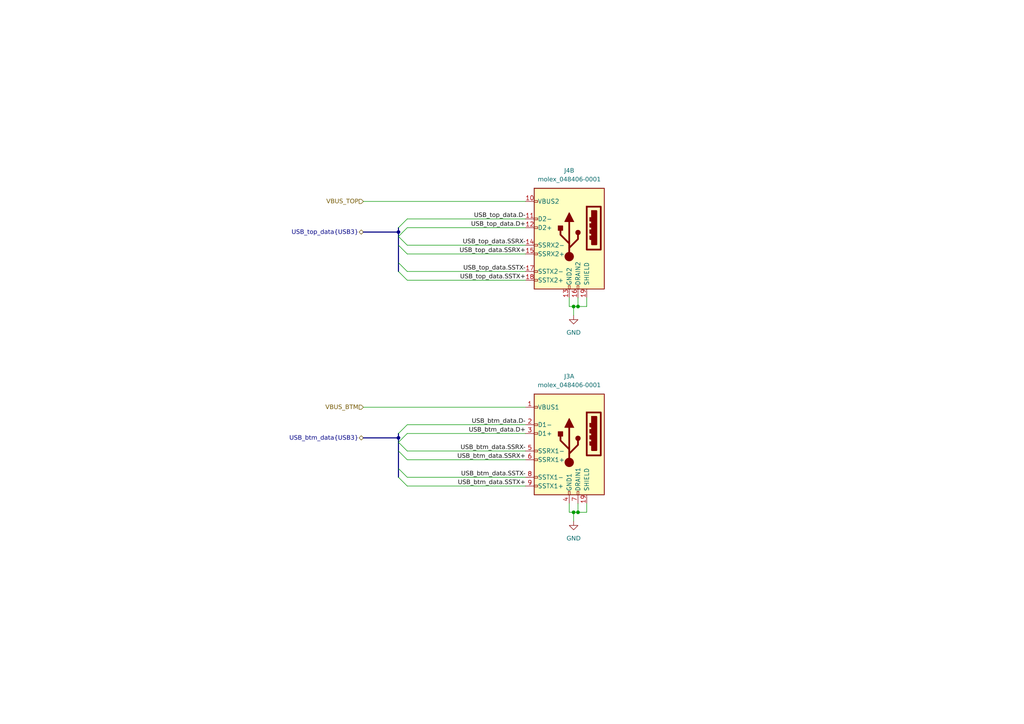
<source format=kicad_sch>
(kicad_sch (version 20230121) (generator eeschema)
  (paper "A4")
  (title_block (title "Demo Board") (date "2023-11-27") (rev "A") (company "The Cornell Lab, K. Lisa Yang Center for Conservation Bioacoustics") (comment 2 "Drawn by: Jordan Aceto") (comment 3 "Brief: PCB to demo KiCad documentation scripts") (comment 4 "Project: Engineering Tools"))
  (lib_symbols
    (symbol "ccb_connector_USB:USB-A_3.0_stacked" (pin_names (offset 1.016))
      (property "Reference" "J" (at -1.27 17.78 0))
      (property "Value" "USB-A_3.0_stacked" (at 10.16 15.24 0))
      (symbol "USB-A_3.0_stacked_0_0"
        (rectangle (start -9.144 8.636) (end -5.08 -3.81) (stroke (width 0.508)))
        (rectangle (start -7.874 7.366) (end -6.604 -2.286) (stroke (width 0.508)) (fill (type outline)))
        (rectangle (start -6.35 0) (end -6.096 -0.762) (stroke (width 0.508)))
        (rectangle (start -6.35 1.778) (end -6.096 1.016) (stroke (width 0.508)))
        (rectangle (start -6.35 3.556) (end -6.096 2.794) (stroke (width 0.508)))
        (rectangle (start -6.35 5.334) (end -6.096 4.572) (stroke (width 0.508)))
        (rectangle (start -2.794 -15.24) (end -2.286 -14.224))
        (rectangle (start -0.254 -15.24) (end 0.254 -14.224))
        (rectangle (start 10.16 -12.446) (end 9.144 -12.954))
        (rectangle (start 10.16 -9.906) (end 9.144 -10.414))
        (rectangle (start 10.16 -4.826) (end 9.144 -5.334))
        (rectangle (start 10.16 -2.286) (end 9.144 -2.794))
        (rectangle (start 10.16 2.794) (end 9.144 2.286))
        (rectangle (start 10.16 5.334) (end 9.144 4.826))
        (rectangle (start 10.16 10.414) (end 9.144 9.906))
      )
      (symbol "USB-A_3.0_stacked_0_1"
        (rectangle (start -10.16 13.97) (end 10.16 -15.24) (stroke (width 0.254)) (fill (type background)))
        (pin passive line (at -5.08 -17.78 90) (length 2.54) (name "SHIELD") (number "19"))
      )
      (symbol "USB-A_3.0_stacked_1_1"
        (circle (center -2.54 1.143) (radius 0.635) (stroke (width 0.254)) (fill (type outline)))
        (circle (center 0 -5.842) (radius 1.27) (fill (type outline)))
        (polyline (pts (xy 0 -5.842) (xy 0 4.318)) (stroke (width 0.508)))
        (polyline (pts (xy 0 -3.302) (xy -2.54 -0.762) (xy -2.54 0.508)) (stroke (width 0.508)))
        (polyline (pts (xy 0 -2.032) (xy 2.54 0.508) (xy 2.54 1.778)) (stroke (width 0.508)))
        (polyline (pts (xy -1.27 4.318) (xy 0 6.858) (xy 1.27 4.318) (xy -1.27 4.318)) (stroke (width 0.254)) (fill (type outline)))
        (rectangle (start 1.905 1.778) (end 3.175 3.048) (stroke (width 0.254)) (fill (type outline)))
        (pin passive line (at 12.7 10.16 180) (length 2.54) (name "VBUS1") (number "1"))
        (pin passive line (at 12.7 5.08 180) (length 2.54) (name "D1-") (number "2"))
        (pin passive line (at 12.7 2.54 180) (length 2.54) (name "D1+") (number "3"))
        (pin passive line (at 0 -17.78 90) (length 2.54) (name "GND1") (number "4"))
        (pin passive line (at 12.7 -2.54 180) (length 2.54) (name "SSRX1-") (number "5"))
        (pin passive line (at 12.7 -5.08 180) (length 2.54) (name "SSRX1+") (number "6"))
        (pin passive line (at -2.54 -17.78 90) (length 2.54) (name "DRAIN1") (number "7"))
        (pin passive line (at 12.7 -10.16 180) (length 2.54) (name "SSTX1-") (number "8"))
        (pin passive line (at 12.7 -12.7 180) (length 2.54) (name "SSTX1+") (number "9"))
      )
      (symbol "USB-A_3.0_stacked_2_1"
        (circle (center -2.54 1.143) (radius 0.635) (stroke (width 0.254)) (fill (type outline)))
        (circle (center 0 -5.842) (radius 1.27) (fill (type outline)))
        (polyline (pts (xy 0 -5.842) (xy 0 4.318)) (stroke (width 0.508)))
        (polyline (pts (xy 0 -3.302) (xy -2.54 -0.762) (xy -2.54 0.508)) (stroke (width 0.508)))
        (polyline (pts (xy 0 -2.032) (xy 2.54 0.508) (xy 2.54 1.778)) (stroke (width 0.508)))
        (polyline (pts (xy -1.27 4.318) (xy 0 6.858) (xy 1.27 4.318) (xy -1.27 4.318)) (stroke (width 0.254)) (fill (type outline)))
        (rectangle (start 1.905 1.778) (end 3.175 3.048) (stroke (width 0.254)) (fill (type outline)))
        (pin passive line (at 12.7 10.16 180) (length 2.54) (name "VBUS2") (number "10"))
        (pin passive line (at 12.7 5.08 180) (length 2.54) (name "D2-") (number "11"))
        (pin passive line (at 12.7 2.54 180) (length 2.54) (name "D2+") (number "12"))
        (pin passive line (at 0 -17.78 90) (length 2.54) (name "GND2") (number "13"))
        (pin passive line (at 12.7 -2.54 180) (length 2.54) (name "SSRX2-") (number "14"))
        (pin passive line (at 12.7 -5.08 180) (length 2.54) (name "SSRX2+") (number "15"))
        (pin passive line (at -2.54 -17.78 90) (length 2.54) (name "DRAIN2") (number "16"))
        (pin passive line (at 12.7 -10.16 180) (length 2.54) (name "SSTX2-") (number "17"))
        (pin passive line (at 12.7 -12.7 180) (length 2.54) (name "SSTX2+") (number "18"))
      )
    )
    (symbol "power:GND" (power) (pin_names (offset 0))
      (property "Value" "GND" (at 0 -3.81 0))
      (symbol "GND_0_1"
        (polyline (pts (xy 0 0) (xy 0 -1.27) (xy 1.27 -1.27) (xy 0 -2.54) (xy -1.27 -1.27) (xy 0 -1.27)))
      )
      (symbol "GND_1_1"
        (pin power_in line (at 0 0 270) (length 0) hide (name "GND") (number "1"))
      )
    )
  )
  (junction (at 167.64 88.9))
  (junction (at 166.37 88.9))
  (junction (at 115.57 67.31))
  (junction (at 166.37 148.59))
  (junction (at 167.64 148.59))
  (junction (at 115.57 127))
  (bus_entry (at 115.57 78.74) (size 2.54 2.54))
  (bus_entry (at 115.57 125.73) (size 2.54 -2.54))
  (bus_entry (at 115.57 130.81) (size 2.54 2.54))
  (bus_entry (at 115.57 71.12) (size 2.54 2.54))
  (bus_entry (at 115.57 138.43) (size 2.54 2.54))
  (bus_entry (at 115.57 66.04) (size 2.54 -2.54))
  (bus_entry (at 115.57 68.58) (size 2.54 2.54))
  (bus_entry (at 115.57 76.2) (size 2.54 2.54))
  (bus_entry (at 115.57 128.27) (size 2.54 2.54))
  (bus_entry (at 115.57 128.27) (size 2.54 -2.54))
  (bus_entry (at 115.57 68.58) (size 2.54 -2.54))
  (bus_entry (at 115.57 135.89) (size 2.54 2.54))
  (wire (pts (xy 152.4 140.97) (xy 118.11 140.97)))
  (wire (pts (xy 105.41 58.42) (xy 152.4 58.42)))
  (bus (pts (xy 115.57 67.31) (xy 105.41 67.31)))
  (wire (pts (xy 167.64 146.05) (xy 167.64 148.59)))
  (bus (pts (xy 115.57 68.58) (xy 115.57 71.12)))
  (wire (pts (xy 166.37 148.59) (xy 166.37 151.13)))
  (wire (pts (xy 165.1 148.59) (xy 165.1 146.05)))
  (bus (pts (xy 115.57 127) (xy 105.41 127)))
  (wire (pts (xy 166.37 88.9) (xy 165.1 88.9)))
  (bus (pts (xy 115.57 128.27) (xy 115.57 130.81)))
  (wire (pts (xy 152.4 71.12) (xy 118.11 71.12)))
  (bus (pts (xy 115.57 125.73) (xy 115.57 127)))
  (wire (pts (xy 152.4 123.19) (xy 118.11 123.19)))
  (wire (pts (xy 152.4 63.5) (xy 118.11 63.5)))
  (wire (pts (xy 152.4 81.28) (xy 118.11 81.28)))
  (wire (pts (xy 167.64 148.59) (xy 170.18 148.59)))
  (wire (pts (xy 152.4 73.66) (xy 118.11 73.66)))
  (wire (pts (xy 152.4 66.04) (xy 118.11 66.04)))
  (wire (pts (xy 166.37 88.9) (xy 166.37 91.44)))
  (wire (pts (xy 152.4 78.74) (xy 118.11 78.74)))
  (bus (pts (xy 115.57 135.89) (xy 115.57 138.43)))
  (wire (pts (xy 105.41 118.11) (xy 152.4 118.11)))
  (bus (pts (xy 115.57 130.81) (xy 115.57 135.89)))
  (wire (pts (xy 166.37 148.59) (xy 165.1 148.59)))
  (wire (pts (xy 167.64 88.9) (xy 170.18 88.9)))
  (wire (pts (xy 167.64 88.9) (xy 166.37 88.9)))
  (bus (pts (xy 115.57 127) (xy 115.57 128.27)))
  (wire (pts (xy 167.64 86.36) (xy 167.64 88.9)))
  (wire (pts (xy 152.4 130.81) (xy 118.11 130.81)))
  (wire (pts (xy 152.4 125.73) (xy 118.11 125.73)))
  (wire (pts (xy 170.18 88.9) (xy 170.18 86.36)))
  (wire (pts (xy 152.4 133.35) (xy 118.11 133.35)))
  (wire (pts (xy 152.4 138.43) (xy 118.11 138.43)))
  (bus (pts (xy 115.57 71.12) (xy 115.57 76.2)))
  (wire (pts (xy 167.64 148.59) (xy 166.37 148.59)))
  (bus (pts (xy 115.57 66.04) (xy 115.57 67.31)))
  (wire (pts (xy 170.18 146.05) (xy 170.18 148.59)))
  (bus (pts (xy 115.57 76.2) (xy 115.57 78.74)))
  (wire (pts (xy 165.1 88.9) (xy 165.1 86.36)))
  (bus (pts (xy 115.57 67.31) (xy 115.57 68.58)))
  (label "USB_btm_data.SSTX+" (at 152.4 140.97 180))
  (label "USB_top_data.SSRX-" (at 152.4 71.12 180))
  (label "USB_btm_data.SSRX+" (at 152.4 133.35 180))
  (label "USB_top_data.SSTX+" (at 152.4 81.28 180))
  (label "USB_top_data.D-" (at 152.4 63.5 180))
  (label "USB_btm_data.SSRX-" (at 152.4 130.81 180))
  (label "USB_top_data.D+" (at 152.4 66.04 180))
  (label "USB_top_data.SSRX+" (at 152.4 73.66 180))
  (label "USB_top_data.SSTX-" (at 152.4 78.74 180))
  (label "USB_btm_data.D-" (at 152.4 123.19 180))
  (label "USB_btm_data.SSTX-" (at 152.4 138.43 180))
  (label "USB_btm_data.D+" (at 152.4 125.73 180))
  (hierarchical_label "VBUS_BTM" (shape input) (at 105.41 118.11 180))
  (hierarchical_label "USB_top_data{USB3}" (shape bidirectional) (at 105.41 67.31 180))
  (hierarchical_label "USB_btm_data{USB3}" (shape bidirectional) (at 105.41 127 180))
  (hierarchical_label "VBUS_TOP" (shape input) (at 105.41 58.42 180))
  (symbol (lib_id "ccb_connector_USB:USB-A_3.0_stacked") (at 165.1 128.27 0) (mirror y) (unit 1)
    (property "Reference" "J3" (at 165.1 109.22 0))
    (property "Value" "molex_048406-0001" (at 165.1 111.76 0))
    (property "Footprint" "ccb_connector_USB:USB3_A_Molex_48406-0001_Horizontal_Stacked" (effects hide))
    (property "Datasheet" "https://tools.molex.com/pdm_docs/sd/484060003_sd.pdf" (effects hide))
    (property "Type" "PTH" (effects hide))
    (property "Manufacturer" "Molex" (effects hide))
    (property "Manufacturer Part Number" "0484060001" (effects hide))
    (property "MPN" "048406-0001" (effects hide))
    (instances (project "example_board" (path "" (reference "J3") (unit 1)) (path "" (reference "J4") (unit 1))))
  )
  (symbol (lib_id "power:GND") (at 166.37 91.44 0) (unit 1)
    (property "Reference" "#PWR011" (effects hide))
    (property "Value" "GND" (at 166.37 96.52 0))
    (instances (project "example_board" (path "" (reference "#PWR011") (unit 1)) (path "" (reference "#PWR01") (unit 1))))
  )
  (symbol (lib_id "power:GND") (at 166.37 151.13 0) (unit 1)
    (property "Reference" "#PWR012" (effects hide))
    (property "Value" "GND" (at 166.37 156.21 0))
    (instances (project "example_board" (path "" (reference "#PWR012") (unit 1)) (path "" (reference "#PWR013") (unit 1))))
  )
  (symbol (lib_id "ccb_connector_USB:USB-A_3.0_stacked") (at 165.1 68.58 0) (mirror y) (unit 2)
    (property "Reference" "J4" (at 165.1 49.53 0))
    (property "Value" "molex_048406-0001" (at 165.1 52.07 0))
    (property "Footprint" "ccb_connector_USB:USB3_A_Molex_48406-0001_Horizontal_Stacked" (effects hide))
    (property "Datasheet" "https://tools.molex.com/pdm_docs/sd/484060003_sd.pdf" (effects hide))
    (property "Type" "PTH" (effects hide))
    (property "Manufacturer" "Molex" (effects hide))
    (property "Manufacturer Part Number" "0484060001" (effects hide))
    (property "MPN" "048406-0001" (effects hide))
  )
)
</source>
